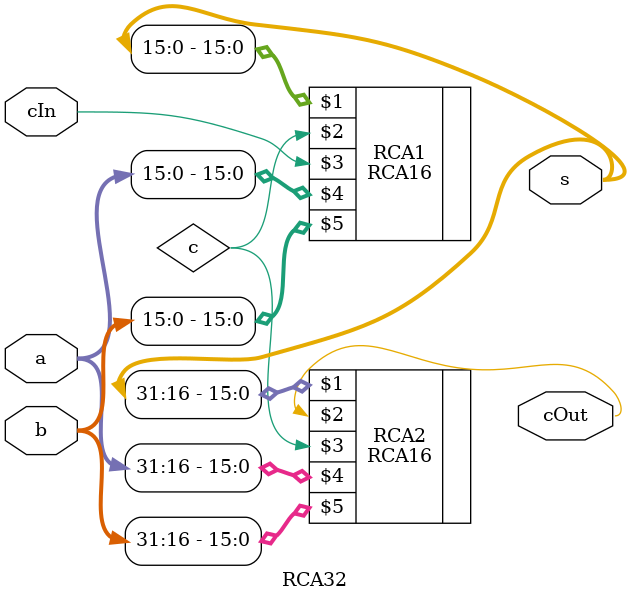
<source format=v>
`timescale 1ns / 1ps
module RCA32(s,cOut,cIn,a,b);
    input [31:0] a, b; //inputs
    input cIn; //carry in
    output [31:0] s; //sum
    output cOut; //carry out
    wire c; //carry forward from one RCA16 unit to the next
    
	 RCA16 RCA1(s[15:0],c,cIn,a[15:0],b[15:0]);
    RCA16 RCA2(s[31:16],cOut,c,a[31:16],b[31:16]);
	 
endmodule

</source>
